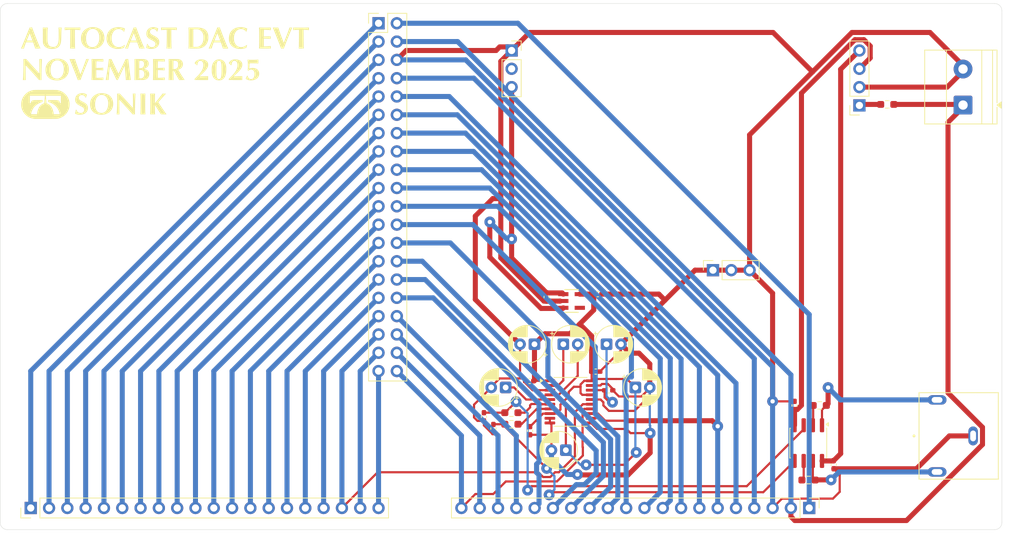
<source format=kicad_pcb>
(kicad_pcb (version 20241229) (generator "pcbnew") (generator_version "9.0")
  (title_block (comment 4 "AISLER Project ID: EWMYTOHA"))
  (layers (0 "F.Cu" signal) (2 "B.Cu" signal) (13 "F.Paste" user) (15 "B.Paste" user) (5 "F.SilkS" user "F.Silkscreen") (7 "B.SilkS" user "B.Silkscreen") (1 "F.Mask" user) (3 "B.Mask" user) (25 "Edge.Cuts" user))
  (net 0 "")
  (net 1 "GND")
  (net 2 "~{DAC_Mute}")
  (net 3 "Net-(U102B-+)")
  (net 4 "Net-(U102A-+)")
  (net 5 "Net-(U101-CAPP)")
  (net 6 "Net-(U101-CAPM)")
  (net 7 "Net-(U101-LDOO)")
  (net 8 "Net-(U101-VNEG)")
  (net 9 "Net-(J103-Pin_3)")
  (net 10 "Net-(J103-Pin_4)")
  (net 11 "+5V")
  (net 12 "Net-(J101-Pin_5)")
  (net 13 "Net-(J101-Pin_8)")
  (net 14 "Net-(J101-Pin_14)")
  (net 15 "Net-(J101-Pin_33)")
  (net 16 "Net-(J101-Pin_39)")
  (net 17 "Net-(J101-Pin_9)")
  (net 18 "I2S_BCLK")
  (net 19 "Net-(J101-Pin_18)")
  (net 20 "Net-(J101-Pin_10)")
  (net 21 "Net-(J101-Pin_37)")
  (net 22 "Net-(J101-Pin_26)")
  (net 23 "Net-(J101-Pin_13)")
  (net 24 "I2S_LRCLK")
  (net 25 "Net-(J101-Pin_36)")
  (net 26 "Net-(J101-Pin_21)")
  (net 27 "Net-(J101-Pin_2)")
  (net 28 "Net-(J101-Pin_29)")
  (net 29 "Net-(J101-Pin_25)")
  (net 30 "Net-(J101-Pin_3)")
  (net 31 "Net-(J101-Pin_34)")
  (net 32 "I2S_SDATA")
  (net 33 "Net-(J101-Pin_38)")
  (net 34 "Net-(J101-Pin_15)")
  (net 35 "Net-(J101-Pin_30)")
  (net 36 "Net-(J101-Pin_11)")
  (net 37 "Net-(J101-Pin_7)")
  (net 38 "Net-(J101-Pin_23)")
  (net 39 "Net-(J101-Pin_1)")
  (net 40 "Net-(J101-Pin_32)")
  (net 41 "Net-(J101-Pin_27)")
  (net 42 "Net-(J101-Pin_22)")
  (net 43 "Net-(J101-Pin_24)")
  (net 44 "Net-(J101-Pin_20)")
  (net 45 "Net-(J101-Pin_19)")
  (net 46 "Net-(J101-Pin_17)")
  (net 47 "Net-(J101-Pin_16)")
  (net 48 "Net-(J101-Pin_31)")
  (net 49 "Net-(J101-Pin_28)")
  (net 50 "Net-(J102-Pad3)")
  (net 51 "Net-(J102-Pad2)")
  (net 52 "Net-(J103-Pin_1)")
  (net 54 "Net-(U101-OUTR)")
  (net 55 "Net-(U101-OUTL)")
  (net 56 "Net-(U102A--)")
  (net 57 "Net-(U102B--)")
  (footprint "Capacitor_SMD:C_0402_1005Metric_Pad0.74x0.62mm_HandSolder" (layer "F.Cu") (at 140.4375 103.675 180)
    (property "Reference" "C106")
    (property "Value" "0u1")
  )
  (footprint "Connector_PinHeader_2.54mm:PinHeader_2x20_P2.54mm_Vertical" (layer "F.Cu") (at 108.5 52.74)
    (property "Reference" "J101")
    (property "Value" "Conn_02x20_Odd_Even")
  )
  (footprint "Resistor_SMD:R_0603_1608Metric_Pad0.98x0.95mm_HandSolder" (layer "F.Cu") (at 179.0875 64)
    (property "Reference" "R105")
    (property "Value" "470")
  )
  (footprint "Connector_PinSocket_2.54mm:PinSocket_1x03_P2.54mm_Vertical" (layer "F.Cu") (at 154.906 86.999045 90)
    (property "Reference" "J105")
    (property "Value" "Conn_01x03_Socket")
  )
  (footprint "Capacitor_THT:CP_Radial_D5.0mm_P2.00mm" (layer "F.Cu") (at 130.1375 97.275 180)
    (property "Reference" "C108")
    (property "Value" "10u")
  )
  (footprint "Package_SO:TSSOP-20_4.4x6.5mm_P0.65mm" (layer "F.Cu") (at 135.1375 105.275)
    (property "Reference" "U101")
    (property "Value" "PCM5102A")
  )
  (footprint "Resistor_SMD:R_0603_1608Metric_Pad0.98x0.95mm_HandSolder" (layer "F.Cu") (at 126.9375 106.775 180)
    (property "Reference" "R102")
    (property "Value" "470")
  )
  (footprint "LOGO" (layer "F.Cu") (at 79 57)
    (property "Reference" "G***")
    (property "Value" "LOGO" (hide yes))
  )
  (footprint "Capacitor_THT:CP_Radial_D5.0mm_P2.00mm" (layer "F.Cu") (at 140.1375 97.275)
    (property "Reference" "C105")
    (property "Value" "10u")
  )
  (footprint "external_components:CUI_SJ1-3523N" (layer "F.Cu") (at 191 110 90)
    (property "Reference" "J102")
    (property "Value" "SJ1-3523N")
  )
  (footprint "Capacitor_SMD:C_0402_1005Metric_Pad0.74x0.62mm_HandSolder" (layer "F.Cu") (at 138.6375 101.075 180)
    (property "Reference" "C109")
    (property "Value" "0u1")
  )
  (footprint "Capacitor_THT:CP_Radial_D5.0mm_P2.00mm" (layer "F.Cu") (at 134.492612 111.975 180)
    (property "Reference" "C110")
    (property "Value" "10u")
  )
  (footprint "Capacitor_THT:CP_Radial_D5.0mm_P2.00mm" (layer "F.Cu") (at 134.1375 97.275)
    (property "Reference" "C104")
    (property "Value" "2u2")
  )
  (footprint "Capacitor_THT:CP_Radial_D5.0mm_P2.00mm" (layer "F.Cu") (at 144.1375 103.275)
    (property "Reference" "C112")
    (property "Value" "10u")
  )
  (footprint "Connector_PinHeader_2.54mm:PinHeader_1x20_P2.54mm_Vertical" (layer "F.Cu") (at 168.26 120 -90)
    (property "Reference" "J108")
    (property "Value" "Conn_01x20_Pin")
  )
  (footprint "Capacitor_SMD:C_0402_1005Metric_Pad0.74x0.62mm_HandSolder" (layer "F.Cu") (at 131.8263 90.724999 90)
    (property "Reference" "C116")
    (property "Value" "0u1")
  )
  (footprint "Capacitor_THT:CP_Radial_D5.0mm_P2.00mm" (layer "F.Cu") (at 126.1375 103.275 180)
    (property "Reference" "C107")
    (property "Value" "2u2")
  )
  (footprint "TerminalBlock_Phoenix:TerminalBlock_Phoenix_MKDS-1,5-2_1x02_P5.00mm_Horizontal" (layer "F.Cu") (at 189.6025 64.09 90)
    (property "Reference" "J106")
    (property "Value" "Screw_Terminal_01x02")
  )
  (footprint "Resistor_SMD:R_0603_1608Metric_Pad0.98x0.95mm_HandSolder" (layer "F.Cu") (at 169.7225 105.76925)
    (property "Reference" "R103")
    (property "Value" "470")
  )
  (footprint "Connector_PinHeader_2.54mm:PinHeader_1x20_P2.54mm_Vertical" (layer "F.Cu") (at 60.24 120 90)
    (property "Reference" "J107")
    (property "Value" "Conn_01x20_Pin")
  )
  (footprint "Capacitor_SMD:C_0402_1005Metric_Pad0.74x0.62mm_HandSolder" (layer "F.Cu") (at 124.4375 108.975 90)
    (property "Reference" "C102")
    (property "Value" "2n2")
  )
  (footprint "Resistor_SMD:R_0603_1608Metric_Pad0.98x0.95mm_HandSolder" (layer "F.Cu") (at 126.9375 108.375 180)
    (property "Reference" "R101")
    (property "Value" "470")
  )
  (footprint "Resistor_SMD:R_0603_1608Metric_Pad0.98x0.95mm_HandSolder" (layer "F.Cu") (at 168.1625 116.11925)
    (property "Reference" "R104")
    (property "Value" "470")
  )
  (footprint "Capacitor_SMD:C_0402_1005Metric_Pad0.74x0.62mm_HandSolder" (layer "F.Cu") (at 171.6625 113.98675 90)
    (property "Reference" "C114")
    (property "Value" "0u1")
  )
  (footprint "Connector_PinSocket_2.54mm:PinSocket_1x03_P2.54mm_Vertical" (layer "F.Cu") (at 126.966 56.519045)
    (property "Reference" "J104")
    (property "Value" "Conn_01x03_Socket")
  )
  (footprint "Capacitor_SMD:C_0402_1005Metric_Pad0.74x0.62mm_HandSolder" (layer "F.Cu") (at 129.47 102.375)
    (property "Reference" "C101")
    (property "Value" "0u1")
  )
  (footprint "Capacitor_SMD:C_0402_1005Metric_Pad0.74x0.62mm_HandSolder" (layer "F.Cu") (at 138.9263 90.325001 180)
    (property "Reference" "C115")
    (property "Value" "0u1")
  )
  (footprint "Capacitor_SMD:C_0402_1005Metric_Pad0.74x0.62mm_HandSolder" (layer "F.Cu") (at 129.525 109.275 90)
    (property "Reference" "C111")
    (property "Value" "0u1")
  )
  (footprint "Capacitor_SMD:C_0402_1005Metric_Pad0.74x0.62mm_HandSolder" (layer "F.Cu") (at 166.2225 105.76925 -90)
    (property "Reference" "C113")
    (property "Value" "0u1")
  )
  (footprint "external_components:SOT-25   SMV_TOS" (layer "F.Cu") (at 135.2819 91.275)
    (property "Reference" "U103")
    (property "Value" "TCR2EF33_LMCT")
  )
  (footprint "Connector_PinSocket_2.54mm:PinSocket_1x04_P2.54mm_Vertical" (layer "F.Cu") (at 175.226 64.139045 180)
    (property "Reference" "J103")
    (property "Value" "Conn_01x04_Socket")
  )
  (footprint "LOGO" (layer "F.Cu") (at 69 64)
    (property "Reference" "G***")
    (property "Value" "LOGO" (hide yes))
  )
  (footprint "Package_SO:SOIC-8_3.9x4.9mm_P1.27mm" (layer "F.Cu") (at 168.1275 110.99425 -90)
    (property "Reference" "U102")
    (property "Value" "NE5532")
  )
  (footprint "Capacitor_SMD:C_0402_1005Metric_Pad0.74x0.62mm_HandSolder" (layer "F.Cu") (at 123.125 107.3425 90)
    (property "Reference" "C103")
    (property "Value" "2n2")
  )
  (gr_arc (start 57 123) (mid 56.292893 122.707107) (end 56 122) (stroke (width 0.05)) (layer "Edge.Cuts"))
  (gr_line (start 56 122) (end 56 51) (stroke (width 0.05)) (layer "Edge.Cuts"))
  (gr_arc (start 195 122) (mid 194.707107 122.707107) (end 194 123) (stroke (width 0.05)) (layer "Edge.Cuts"))
  (gr_line (start 57 50) (end 194 50) (stroke (width 0.05)) (layer "Edge.Cuts"))
  (gr_line (start 195 51) (end 195 122) (stroke (width 0.05)) (layer "Edge.Cuts"))
  (gr_arc (start 56 51) (mid 56.292893 50.292893) (end 57 50) (stroke (width 0.05)) (layer "Edge.Cuts"))
  (gr_line (start 194 123) (end 57 123) (stroke (width 0.05)) (layer "Edge.Cuts"))
  (gr_arc (start 194 50) (mid 194.707107 50.292893) (end 195 51) (stroke (width 0.05)) (layer "Edge.Cuts"))
  (segment (start 123.125 108.54) (end 123.125 107.91) (width 0.3) (layer "F.Cu") (net 1))
  (segment (start 171.551 118.699) (end 164.481 118.699) (width 0.3) (layer "F.Cu") (net 1))
  (segment (start 125.465 58.020045) (end 126.966 56.519045) (width 0.7) (layer "F.Cu") (net 1))
  (segment (start 146.1375 103.275) (end 146.1375 103.373292) (width 0.3) (layer "F.Cu") (net 1))
  (segment (start 144.984792 104.526) (end 141.856 104.526) (width 0.3) (layer "F.Cu") (net 1))
  (segment (start 139.700471 105.340413) (end 139.700471 105.766) (width 0.3) (layer "F.Cu") (net 1))
  (segment (start 143.472944 109.61) (end 142.892944 109.03) (width 0.3) (layer "F.Cu") (net 1))
  (segment (start 136.156303 115.411) (end 143.120314 115.411) (width 0.7) (layer "F.Cu") (net 1))
  (segment (start 152.413455 86.999045) (end 148.24625 91.16625) (width 0.7) (layer "F.Cu") (net 1))
  (segment (start 174.189637 54.017045) (end 168.718341 59.488341) (width 0.7) (layer "F.Cu") (net 1))
  (segment (start 157.446 86.999045) (end 159.986 86.999045) (width 0.7) (layer "F.Cu") (net 1))
  (segment (start 146.1375 104.40637) (end 146.1375 103.275) (width 0.3) (layer "F.Cu") (net 1))
  (segment (start 148.24625 91.16625) (end 142.85125 96.56125) (width 0.7) (layer "F.Cu") (net 1))
  (segment (start 143.3825 98.52) (end 142.1375 97.275) (width 0.7) (layer "F.Cu") (net 1))
  (segment (start 131.8263 91.292499) (end 131.449648 91.292499) (width 0.7) (layer "F.Cu") (net 1))
  (segment (start 144.65 98.52) (end 143.3825 98.52) (width 0.7) (layer "F.Cu") (net 1))
  (segment (start 132.492612 109.86) (end 132.492612 108.417612) (width 0.3) (layer "F.Cu") (net 1))
  (segment (start 121.75 107.43) (end 121.75 105.6625) (width 0.3) (layer "F.Cu") (net 1))
  (segment (start 142.85125 96.56125) (end 142.1375 97.275) (width 0.7) (layer "F.Cu") (net 1))
  (segment (start 124.1375 103.275) (end 124.1375 103.176708) (width 0.3) (layer "F.Cu") (net 1))
  (segment (start 139.4938 90.325001) (end 147.405001 90.325001) (width 0.7) (layer "F.Cu") (net 1))
  (segment (start 164.481 118.699) (end 163.18 120) (width 0.3) (layer "F.Cu") (net 1))
  (segment (start 132.492612 111.975) (end 132.492612 109.86) (width 0.3) (layer "F.Cu") (net 1))
  (segment (start 128.1375 102.0215) (end 128.14 102.024) (width 0.3) (layer "F.Cu") (net 1))
  (segment (start 139.29 103) (end 139.5 102.79) (width 0.3) (layer "F.Cu") (net 1))
  (segment (start 132.275 103.65) (end 129.8675 103.65) (width 0.3) (layer "F.Cu") (net 1))
  (segment (start 128.1375 97.275) (end 128.1375 102.0215) (width 0.3) (layer "F.Cu") (net 1))
  (segment (start 126.466955 56.02) (end 126.966 56.519045) (width 0.7) (layer "F.Cu") (net 1))
  (segment (start 125.290208 102.024) (end 128.14 102.024) (width 0.3) (layer "F.Cu") (net 1))
  (segment (start 163.18175 105.20175) (end 163.18 105.2) (width 0.3) (layer "F.Cu") (net 1))
  (segment (start 138 107.55) (end 138 108.2) (width 0.3) (layer "F.Cu") (net 1))
  (segment (start 166.2225 105.20175) (end 163.18175 105.20175) (width 0.3) (layer "F.Cu") (net 1))
  (segment (start 132.492612 108.417612) (end 132.275 108.2) (width 0.3) (layer "F.Cu") (net 1))
  (segment (start 121.75 105.6625) (end 124.1375 103.275) (width 0.3) (layer "F.Cu") (net 1))
  (segment (start 139.310058 104.95) (end 139.700471 105.340413) (width 0.3) (layer "F.Cu") (net 1))
  (segment (start 146.1885 112.342814) (end 146.1885 109.61) (width 0.7) (layer "F.Cu") (net 1))
  (segment (start 163.18 90.193045) (end 163.18 105.2) (width 0.7) (layer "F.Cu") (net 1))
  (segment (start 123.125 107.91) (end 122.23 107.91) (width 0.3) (layer "F.Cu") (net 1))
  (segment (start 144.018357 106.525513) (end 146.1375 104.40637) (width 0.3) (layer "F.Cu") (net 1))
  (segment (start 146.1375 103.275) (end 146.1375 100.0075) (width 0.7) (layer "F.Cu") (net 1))
  (segment (start 128.5515 102.024) (end 128.9025 102.375) (width 0.3) (layer "F.Cu") (net 1))
  (segment (start 172.49 117.76) (end 171.551 118.699) (width 0.3) (layer "F.Cu") (net 1))
  (segment (start 138 103) (end 139.29 103) (width 0.3) (layer "F.Cu") (net 1))
  (segment (start 138 104.95) (end 139.310058 104.95) (width 0.3) (layer "F.Cu") (net 1))
  (segment (start 172.49 115.38175) (end 172.49 117.76) (width 0.3) (layer "F.Cu") (net 1))
  (segment (start 146.1375 100.0075) (end 144.65 98.52) (width 0.7) (layer "F.Cu") (net 1))
  (segment (start 185.017045 54.017045) (end 174.189637 54.017045) (width 0.7) (layer "F.Cu") (net 1))
  (segment (start 124.1375 103.176708) (end 125.290208 102.024) (width 0.3) (layer "F.Cu") (net 1))
  (segment (start 112.340955 56.519045) (end 124.810955 56.519045) (width 0.7) (layer "F.Cu") (net 1))
  (segment (start 154.906 86.999045) (end 157.446 86.999045) (width 0.7) (layer "F.Cu") (net 1))
  (segment (start 136.094188 115.348885) (end 136.156303 115.411) (width 0.7) (layer "F.Cu") (net 1))
  (segment (start 141.856 104.526) (end 141.005 103.675) (width 0.3) (layer "F.Cu") (net 1))
  (segment (start 140.32 102.79) (end 141.005 103.475) (width 0.3) (layer "F.Cu") (net 1))
  (segment (start 143.120314 115.411) (end 146.1885 112.342814) (width 0.7) (layer "F.Cu") (net 1))
  (segment (start 163.247045 54.017045) (end 168.718341 59.488341) (width 0.7) (layer "F.Cu") (net 1))
  (segment (start 131.449648 91.292499) (end 125.465 85.307851) (width 0.7) (layer "F.Cu") (net 1))
  (segment (start 132.475112 109.8425) (end 132.492612 109.86) (width 0.3) (layer "F.Cu") (net 1))
  (segment (start 171.6625 114.55425) (end 172.49 115.38175) (width 0.3) (layer "F.Cu") (net 1))
  (segment (start 139.5 102.79) (end 140.32 102.79) (width 0.3) (layer "F.Cu") (net 1))
  (segment (start 125.465 77.07) (end 125.465 58.020045) (width 0.7) (layer "F.Cu") (net 1))
  (segment (start 139.700471 105.766) (end 140.459984 106.525513) (width 0.3) (layer "F.Cu") (net 1))
  (segment (start 183.14422 114.55425) (end 171.6625 114.55425) (width 0.7) (layer "F.Cu") (net 1))
  (segment (start 126.966 56.519045) (end 129.468 54.017045) (width 0.7) (layer "F.Cu") (net 1))
  (segment (start 124.1275 109.5425) (end 123.125 108.54) (width 0.3) (layer "F.Cu") (net 1))
  (segment (start 132.275 107.55) (end 132.275 108.2) (width 0.3) (layer "F.Cu") (net 1))
  (segment (start 124.35 77.07) (end 121.93 79.49) (width 0.7) (layer "F.Cu") (net 1))
  (segment (start 128.14 102.024) (end 128.5515 102.024) (width 0.3) (layer "F.Cu") (net 1))
  (segment (start 124.4375 109.5425) (end 124.1275 109.5425) (width 0.3) (layer "F.Cu") (net 1))
  (segment (start 133.689372 91.292499) (end 133.691474 91.294601) (width 0.7) (layer "F.Cu") (net 1))
  (segment (start 129.8675 103.65) (end 128.9025 102.685) (width 0.3) (layer "F.Cu") (net 1))
  (segment (start 121.93 79.49) (end 121.93 91.0675) (width 0.7) (layer "F.Cu") (net 1))
  (segment (start 140.459984 106.525513) (end 144.018357 106.525513) (width 0.3) (layer "F.Cu") (net 1))
  (segment (start 168.718341 59.488341) (end 159.986 68.220682) (width 0.7) (layer "F.Cu") (net 1))
  (segment (start 146.1375 103.373292) (end 144.984792 104.526) (width 0.3) (layer "F.Cu") (net 1))
  (segment (start 111.04 57.82) (end 112.340955 56.519045) (width 0.7) (layer "F.Cu") (net 1))
  (segment (start 138.83 109.03) (end 138 108.2) (width 0.3) (layer "F.Cu") (net 1))
  (segment (start 159.986 86.999045) (end 163.18 90.193045) (width 0.7) (layer "F.Cu") (net 1))
  (segment (start 129.525 109.8425) (end 132.475112 109.8425) (width 0.3) (layer "F.Cu") (net 1))
  (segment (start 141.005 103.475) (end 141.005 103.675) (width 0.3) (layer "F.Cu") (net 1))
  (segment (start 131.8263 91.292499) (end 133.689372 91.292499) (width 0.7) (layer "F.Cu") (net 1))
  (segment (start 154.906 86.999045) (end 152.413455 86.999045) (width 0.7) (layer "F.Cu") (net 1))
  (segment (start 125.31 56.02) (end 126.466955 56.02) (width 0.7) (layer "F.Cu") (net 1))
  (segment (start 147.405001 90.325001) (end 148.24625 91.16625) (width 0.7) (layer "F.Cu") (net 1))
  (segment (start 142.1375 98.1425) (end 139.205 101.075) (width 0.3) (layer "F.Cu") (net 1))
  (segment (start 187.69847 110) (end 183.14422 114.55425) (width 0.7) (layer "F.Cu") (net 1))
  (segment (start 159.986 68.220682) (end 159.986 86.999045) (width 0.7) (layer "F.Cu") (net 1))
  (segment (start 142.892944 109.03) (end 138.83 109.03) (width 0.3) (layer "F.Cu") (net 1))
  (segment (start 128.9025 102.685) (end 128.9025 102.375) (width 0.3) (layer "F.Cu") (net 1))
  (segment (start 191 110) (end 187.69847 110) (width 0.7) (layer "F.Cu") (net 1))
  (segment (start 124.810955 56.519045) (end 125.31 56.02) (width 0.7) (layer "F.Cu") (net 1))
  (segment (start 129.468 54.017045) (end 163.247045 54.017045) (width 0.7) (layer "F.Cu") (net 1))
  (segment (start 146.1885 109.61) (end 143.472944 109.61) (width 0.3) (layer "F.Cu") (net 1))
  (segment (start 190 59) (end 187.400955 61.599045) (width 0.7) (layer "F.Cu") (net 1))
  (segment (start 122.23 107.91) (end 121.75 107.43) (width 0.3) (layer "F.Cu") (net 1))
  (segment (start 121.93 91.0675) (end 128.1375 97.275) (width 0.7) (layer "F.Cu") (net 1))
  (segment (start 190 59) (end 185.017045 54.017045) (width 0.7) (layer "F.Cu") (net 1))
  (segment (start 125.465 85.307851) (end 125.465 77.07) (width 0.7) (layer "F.Cu") (net 1))
  (segment (start 142.1375 97.275) (end 142.1375 98.1425) (width 0.3) (layer "F.Cu") (net 1))
  (segment (start 125.465 77.07) (end 124.35 77.07) (width 0.7) (layer "F.Cu") (net 1))
  (segment (start 187.400955 61.599045) (end 175.226 61.599045) (width 0.7) (layer "F.Cu") (net 1))
  (via (at 163.18 105.2) (size 1.5) (drill 0.6) (layers "F.Cu" "B.Cu") (net 1))
  (via (at 136.094188 115.348885) (size 1.5) (drill 0.6) (layers "F.Cu" "B.Cu") (net 1))
  (via (at 146.1885 109.61) (size 1.5) (drill 0.6) (layers "F.Cu" "B.Cu") (net 1))
  (segment (start 146.1885 108.570556) (end 146.1375 108.519556) (width 0.3) (layer "B.Cu") (net 1))
  (segment (start 132.492612 111.975) (end 132.492612 113.181298) (width 0.7) (layer "B.Cu") (net 1))
  (segment (start 146.1885 109.61) (end 146.1885 108.570556) (width 0.3) (layer "B.Cu") (net 1))
  (segment (start 163.18 120) (end 163.18 105.2) (width 0.7) (layer "B.Cu") (net 1))
  (segment (start 120.599538 57.82) (end 111.04 57.82) (width 0.7) (layer "B.Cu") (net 1))
  (segment (start 163.18 100.400462) (end 120.599538 57.82) (width 0.7) (layer "B.Cu") (net 1))
  (segment (start 134.660199 115.348885) (end 136.094188 115.348885) (width 0.7) (layer "B.Cu") (net 1))
  (segment (start 163.18 105.2) (end 163.18 100.400462) (width 0.7) (layer "B.Cu") (net 1))
  (segment (start 132.492612 113.181298) (end 134.660199 115.348885) (width 0.7) (layer "B.Cu") (net 1))
  (segment (start 146.1375 108.519556) (end 146.1375 103.275) (width 0.3) (layer "B.Cu") (net 1))
  (segment (start 134.492612 105.502612) (end 134.19 105.2) (width 0.3) (layer "F.Cu") (net 2))
  (segment (start 137.04 102.35) (end 136.53 102.86) (width 0.3) (layer "F.Cu") (net 2))
  (segment (start 138.3588 90.325001) (end 138.3588 92.532834) (width 0.7) (layer "F.Cu") (net 2))
  (segment (start 134.19 105.2) (end 134.89 104.5) (width 0.3) (layer "F.Cu") (net 2))
  (segment (start 130.1375 97.275) (end 130.1375 102.275) (width 0.7) (layer "F.Cu") (net 2))
  (segment (start 138 102.35) (end 138.25 102.1) (width 0.3) (layer "F.Cu") (net 2))
  (segment (start 135.6 103.18) (end 136.52 103.18) (width 0.3) (layer "F.Cu") (net 2))
  (segment (start 136.415817 94.475817) (end 135.067634 95.824) (width 0.7) (layer "F.Cu") (net 2))
  (segment (start 130.0635 102.349) (end 132.275 102.349) (width 0.3) (layer "F.Cu") (net 2))
  (segment (start 133.18 106.9) (end 133.74 106.34) (width 0.3) (layer "F.Cu") (net 2))
  (segment (start 138.3588 90.325001) (end 136.426302 90.325001) (width 0.7) (layer "F.Cu") (net 2))
  (segment (start 134.89 103.89) (end 135.6 103.18) (width 0.3) (layer "F.Cu") (net 2))
  (segment (start 138.07 96.13) (end 138.07 101.075) (width 0.7) (layer "F.Cu") (net 2))
  (segment (start 134.89 104.5) (end 134.89 103.89) (width 0.3) (layer "F.Cu") (net 2))
  (segment (start 134.492612 111.975) (end 134.492612 105.502612) (width 0.3) (layer "F.Cu") (net 2))
  (segment (start 136.53 102.86) (end 136.53 103.19) (width 0.3) (layer "F.Cu") (net 2))
  (segment (start 138.3588 92.532834) (end 136.415817 94.475817) (width 0.7) (layer "F.Cu") (net 2))
  (segment (start 136.426302 90.325001) (end 136.4263 90.324999) (width 0.7) (layer "F.Cu") (net 2))
  (segment (start 131.3325 106.9) (end 129.525 108.7075) (width 0.3) (layer "F.Cu") (net 2))
  (segment (start 136.415817 94.475817) (end 138.07 96.13) (width 0.7) (layer "F.Cu") (net 2))
  (segment (start 137.297265 114.01) (end 142.54 114.01) (width 0.3) (layer "F.Cu") (net 2))
  (segment (start 132.275 106.9) (end 131.3325 106.9) (width 0.3) (layer "F.Cu") (net 2))
  (segment (start 136.53 103.19) (end 136.53 104.06) (width 0.3) (layer "F.Cu") (net 2))
  (segment (start 130.0375 102.375) (end 130.0635 102.349) (width 0.3) (layer "F.Cu") (net 2))
  (segment (start 136.77 104.3) (end 138 104.3) (width 0.3) (layer "F.Cu") (net 2))
  (segment (start 142.9625 102.1) (end 144.1375 103.275) (width 0.3) (layer "F.Cu") (net 2))
  (segment (start 133.74 105.65) (end 134.19 105.2) (width 0.3) (layer "F.Cu") (net 2))
  (segment (start 133.74 106.34) (end 133.74 105.65) (width 0.3) (layer "F.Cu") (net 2))
  (segment (start 138.25 102.1) (end 141.48 102.1) (width 0.3) (layer "F.Cu") (net 2))
  (segment (start 138.07 101.075) (end 138.07 102.28) (width 0.3) (layer "F.Cu") (net 2))
  (segment (start 138 102.35) (end 137.04 102.35) (width 0.3) (layer "F.Cu") (net 2))
  (segment (start 135.067634 95.824) (end 131.5885 95.824) (width 0.7) (layer "F.Cu") (net 2))
  (segment (start 130.1375 102.275) (end 130.0375 102.375) (width 0.7) (layer "F.Cu") (net 2))
  (segment (start 136.52 103.18) (end 136.53 103.19) (width 0.3) (layer "F.Cu") (net 2))
  (segment (start 141.48 102.1) (end 142.9625 102.1) (width 0.3) (layer "F.Cu") (net 2))
  (segment (start 136.53 104.06) (end 136.77 104.3) (width 0.3) (layer "F.Cu") (net 2))
  (segment (start 131.5885 95.824) (end 130.1375 97.275) (width 0.7) (layer "F.Cu") (net 2))
  (segment (start 132.275 106.9) (end 133.18 106.9) (width 0.3) (layer "F.Cu") (net 2))
  (segment (start 142.54 114.01) (end 144.26 112.29) (width 0.3) (layer "F.Cu") (net 2))
  (segment (start 138.07 102.28) (end 138 102.35) (width 0.3) (layer "F.Cu") (net 2))
  (via (at 137.297265 114.01) (size 1.5) (drill 0.6) (layers "F.Cu" "B.Cu") (net 2))
  (via (at 144.26 112.29) (size 1.5) (drill 0.6) (layers "F.Cu" "B.Cu") (net 2))
  (segment (start 136.527612 114.01) (end 137.297265 114.01) (width 0.3) (layer "B.Cu") (net 2))
  (segment (start 144.1375 103.275) (end 144.1375 112.1675) (width 0.3) (layer "B.Cu") (net 2))
  (segment (start 144.1375 112.1675) (end 144.26 112.29) (width 0.3) (layer "B.Cu") (net 2))
  (segment (start 134.492612 111.975) (end 136.527612 114.01) (width 0.3) (layer "B.Cu") (net 2))
  (segment (start 124.47 108.375) (end 124.4375 108.4075) (width 0.3) (layer "F.Cu") (net 3))
  (segment (start 126.025 108.375) (end 124.47 108.375) (width 0.3) (layer "F.Cu") (net 3))
  (segment (start 132.535367 117.810049) (end 161.881701 117.810049) (width 0.3) (layer "F.Cu") (net 3))
  (segment (start 161.881701 117.810049) (end 166.2225 113.46925) (width 0.3) (layer "F.Cu") (net 3))
  (segment (start 126.025 108.375) (end 126.025 108.695) (width 0.3) (layer "F.Cu") (net 3))
  (segment (start 132.17 118.175416) (end 132.535367 117.810049) (width 0.3) (layer "F.Cu") (net 3))
  (segment (start 126.025 108.695) (end 131.83 114.5) (width 0.3) (layer "F.Cu") (net 3))
  (via (at 132.17 118.175416) (size 1.5) (drill 0.6) (layers "F.Cu" "B.Cu") (net 3))
  (via (at 131.83 114.5) (size 1.5) (drill 0.6) (layers "F.Cu" "B.Cu") (net 3))
  (segment (start 132.17 118.175416) (end 132.910051 117.435365) (width 0.3) (layer "B.Cu") (net 3))
  (segment (start 132.910051 115.580051) (end 131.83 114.5) (width 0.3) (layer "B.Cu") (net 3))
  (segment (start 132.910051 117.435365) (end 132.910051 115.580051) (width 0.3) (layer "B.Cu") (net 3))
  (segment (start 129.19 117.52) (end 129.735584 116.974416) (width 0.3) (layer "F.Cu") (net 4))
  (segment (start 159.596434 116.974416) (end 167.4925 109.07835) (width 0.3) (layer "F.Cu") (net 4))
  (segment (start 126.025 106.775) (end 123.125 106.775) (width 0.3) (layer "F.Cu") (net 4))
  (segment (start 129.735584 116.974416) (end 159.596434 116.974416) (width 0.3) (layer "F.Cu") (net 4))
  (segment (start 167.4925 109.07835) (end 167.4925 108.51925) (width 0.3) (layer "F.Cu") (net 4))
  (segment (start 126.025 106.775) (end 126.057944 106.775) (width 0.3) (layer "F.Cu") (net 4))
  (segment (start 126.057944 106.775) (end 127.582944 105.25) (width 0.3) (layer "F.Cu") (net 4))
  (via (at 127.582944 105.25) (size 1.5) (drill 0.6) (layers "F.Cu" "B.Cu") (net 4))
  (via (at 129.19 117.52) (size 1.5) (drill 0.6) (layers "F.Cu" "B.Cu") (net 4))
  (segment (start 127.582944 105.25) (end 129.19 106.857056) (width 0.3) (layer "B.Cu") (net 4))
  (segment (start 129.19 106.857056) (end 129.19 117.52) (width 0.3) (layer "B.Cu") (net 4))
  (segment (start 133.43 103) (end 132.275 103) (width 0.3) (layer "F.Cu") (net 5))
  (segment (start 134.1375 102.2925) (end 133.43 103) (width 0.3) (layer "F.Cu") (net 5))
  (segment (start 134.1375 97.275) (end 134.1375 102.2925) (width 0.3) (layer "F.Cu") (net 5))
  (segment (start 133.5 104.3) (end 136.1375 101.6625) (width 0.3) (layer "F.Cu") (net 6))
  (segment (start 136.1375 101.6625) (end 136.1375 97.275) (width 0.3) (layer "F.Cu") (net 6))
  (segment (start 132.275 104.3) (end 133.5 104.3) (width 0.3) (layer "F.Cu") (net 6))
  (segment (start 140.859751 105.226809) (end 140.436809 105.226809) (width 0.3) (layer "F.Cu") (net 7))
  (segment (start 140.957455 105.324513) (end 140.859751 105.226809) (width 0.3) (layer "F.Cu") (net 7))
  (segment (start 139.845 103.65) (end 139.87 103.675) (width 0.3) (layer "F.Cu") (net 7))
  (segment (start 139.87 104.66) (end 139.87 103.675) (width 0.3) (layer "F.Cu") (net 7))
  (segment (start 138 103.65) (end 139.845 103.65) (width 0.3) (layer "F.Cu") (net 7))
  (segment (start 140.436809 105.226809) (end 139.87 104.66) (width 0.3) (layer "F.Cu") (net 7))
  (via (at 140.957455 105.324513) (size 1.5) (drill 0.6) (layers "F.Cu" "B.Cu") (net 7))
  (segment (start 140.957455 105.324513) (end 140.1375 104.504558) (width 0.3) (layer "B.Cu") (net 7))
  (segment (start 140.1375 104.504558) (end 140.1375 97.275) (width 0.3) (layer "B.Cu") (net 7))
  (segment (start 132.275 104.95) (end 128.98 104.95) (width 0.3) (layer "F.Cu") (net 8))
  (segment (start 128.98 104.95) (end 127.305 103.275) (width 0.3) (layer "F.Cu") (net 8))
  (segment (start 127.305 103.275) (end 126.1375 103.275) (width 0.3) (layer "F.Cu") (net 8))
  (segment (start 174.604265 55.018045) (end 167.1835 62.43881) (width 0.7) (layer "F.Cu") (net 9))
  (segment (start 175.226 59.059045) (end 176.727 57.558045) (width 0.7) (layer "F.Cu") (net 9))
  (segment (start 166.2225 108.51925) (end 166.2225 106.33675) (width 0.7) (layer "F.Cu") (net 9))
  (segment (start 167.1835 62.43881) (end 167.1835 105.752402) (width 0.7) (layer "F.Cu") (net 9))
  (segment (start 176.727 57.558045) (end 176.727 55.89731) (width 0.7) (layer "F.Cu") (net 9))
  (segment (start 175.847735 55.018045) (end 174.604265 55.018045) (width 0.7) (layer "F.Cu") (net 9))
  (segment (start 176.727 55.89731) (end 175.847735 55.018045) (width 0.7) (layer "F.Cu") (net 9))
  (segment (start 167.1835 105.752402) (end 166.599152 106.33675) (width 0.7) (layer "F.Cu") (net 9))
  (segment (start 166.599152 106.33675) (end 166.2225 106.33675) (width 0.7) (layer "F.Cu") (net 9))
  (segment (start 170.0325 113.46925) (end 171.6125 113.46925) (width 0.7) (layer "F.Cu") (net 10))
  (segment (start 175.226 56.519045) (end 172.6235 59.121545) (width 0.7) (layer "F.Cu") (net 10))
  (segment (start 171.6125 113.46925) (end 171.6625 113.41925) (width 0.7) (layer "F.Cu") (net 10))
  (segment (start 172.6235 59.121545) (end 172.6235 112.45825) (width 0.7) (layer "F.Cu") (net 10))
  (segment (start 172.6235 112.45825) (end 171.6625 113.41925) (width 0.7) (layer "F.Cu") (net 10))
  (segment (start 131.8263 90.157499) (end 133.97 90.157499) (width 0.7) (layer "F.Cu") (net 11))
  (segment (start 126.966 82.05) (end 126.966 85.297199) (width 0.7) (layer "F.Cu") (net 11))
  (segment (start 192.305 108.805452) (end 192.305 111.194549) (width 0.7) (layer "F.Cu") (net 11))
  (segment (start 192.305 111.194549) (end 181.759549 121.74) (width 0.7) (layer "F.Cu") (net 11))
  (segment (start 131.05252 92.310999) (end 134.051502 92.310999) (width 0.7) (layer "F.Cu") (net 11))
  (segment (start 187.519774 66.480226) (end 187.519774 104.020226) (width 0.7) (layer "F.Cu") (net 11))
  (segment (start 123.94 80.31) (end 123.94 85.198479) (width 0.7) (layer "F.Cu") (net 11))
  (segment (start 190 64) (end 180 64) (width 0.7) (layer "F.Cu") (net 11))
  (segment (start 131.309401 89.640599) (end 131.8263 90.157499) (width 0.7) (layer "F.Cu") (net 11))
  (segment (start 126.966 61.599045) (end 126.966 82.05) (width 0.7) (layer "F.Cu") (net 11))
  (segment (start 133.97 90.157499) (end 134.1375 90.324999) (width 0.7) (layer "F.Cu") (net 11))
  (segment (start 166.257919 121.74) (end 165.72 121.202081) (width 0.7) (layer "F.Cu") (net 11))
  (segment (start 181.759549 121.74) (end 166.257919 121.74) (width 0.7) (layer "F.Cu") (net 11))
  (segment (start 187.519774 104.020226) (end 192.305 108.805452) (width 0.7) (layer "F.Cu") (net 11))
  (segment (start 126.966 82.05) (end 126.966 82.43) (width 0.7) (layer "F.Cu") (net 11))
  (segment (start 190 64) (end 187.519774 66.480226) (width 0.7) (layer "F.Cu") (net 11))
  (segment (start 134.051502 92.310999) (end 134.1375 92.225001) (width 0.7) (layer "F.Cu") (net 11))
  (segment (start 123.94 85.198479) (end 131.05252 92.310999) (width 0.7) (layer "F.Cu") (net 11))
  (segment (start 126.966 85.297199) (end 131.309401 89.640599) (width 0.7) (layer "F.Cu") (net 11))
  (segment (start 165.72 121.202081) (end 165.72 120) (width 0.7) (layer "F.Cu") (net 11))
  (via (at 123.94 80.31) (size 1.5) (drill 0.6) (layers "F.Cu" "B.Cu") (net 11))
  (via (at 126.966 82.67) (size 1.5) (drill 0.6) (layers "F.Cu" "B.Cu") (net 11))
  (segment (start 126.3 82.67) (end 123.94 80.31) (width 0.7) (layer "B.Cu") (net 11))
  (segment (start 126.966 82.67) (end 126.3 82.67) (width 0.7) (layer "B.Cu") (net 11))
  (segment (start 119.475166 55.28) (end 165.72 101.524834) (width 0.7) (layer "B.Cu") (net 11))
  (segment (start 111.04 55.28) (end 119.475166 55.28) (width 0.7) (layer "B.Cu") (net 11))
  (segment (start 165.72 101.524834) (end 165.72 120) (width 0.7) (layer "B.Cu") (net 11))
  (segment (start 65.32 101) (end 65.32 120) (width 0.7) (layer "B.Cu") (net 12))
  (segment (start 108.5 57.82) (end 65.32 101) (width 0.7) (layer "B.Cu") (net 12))
  (segment (start 111.04 60.36) (end 121.72391 60.36) (width 0.7) (layer "B.Cu") (net 13))
  (segment (start 160.64 99.27609) (end 160.64 120) (width 0.7) (layer "B.Cu") (net 13))
  (segment (start 121.72391 60.36) (end 160.64 99.27609) (width 0.7) (layer "B.Cu") (net 13))
  (segment (start 111.04 67.98) (end 120.557036 67.98) (width 0.7) (layer "B.Cu") (net 14))
  (segment (start 120.557036 67.98) (end 153.02 100.442964) (width 0.7) (layer "B.Cu") (net 14))
  (segment (start 153.02 100.442964) (end 153.02 120) (width 0.7) (layer "B.Cu") (net 14))
  (segment (start 108.5 93.38) (end 100.88 101) (width 0.7) (layer "B.Cu") (net 15))
  (segment (start 100.88 101) (end 100.88 120) (width 0.7) (layer "B.Cu") (net 15))
  (segment (start 108.5 120) (end 108.5 101) (width 0.7) (layer "B.Cu") (net 16))
  (segment (start 108.5 62.9) (end 70.4 101) (width 0.7) (layer "B.Cu") (net 17))
  (segment (start 70.4 101) (end 70.4 120) (width 0.7) (layer "B.Cu") (net 17))
  (segment (start 138 106.9) (end 138.96 106.9) (width 0.3) (layer "F.Cu") (net 18))
  (segment (start 155.56 108.65) (end 154.8 107.89) (width 0.7) (layer "F.Cu") (net 18))
  (segment (start 154.8 107.89) (end 142.88 107.89) (width 0.7) (layer "F.Cu") (net 18))
  (segment (start 139.95 107.89) (end 142.88 107.89) (width 0.3) (layer "F.Cu") (net 18))
  (segment (start 138.96 106.9) (end 139.95 107.89) (width 0.3) (layer "F.Cu") (net 18))
  (via (at 155.56 108.65) (size 1.5) (drill 0.6) (layers "F.Cu" "B.Cu") (net 18))
  (segment (start 155.56 108.65) (end 155.56 120) (width 0.7) (layer "B.Cu") (net 18))
  (segment (start 155.56 101.567336) (end 119.432664 65.44) (width 0.7) (layer "B.Cu") (net 18))
  (segment (start 155.56 108.65) (end 155.56 101.567336) (width 0.7) (layer "B.Cu") (net 18))
  (segment (start 119.432664 65.44) (end 111.04 65.44) (width 0.7) (layer "B.Cu") (net 18))
  (segment (start 148.979 118.961) (end 147.94 120) (width 0.7) (layer "B.Cu") (net 19))
  (segment (start 122.80578 73.06) (end 148.979 99.23322) (width 0.7) (layer "B.Cu") (net 19))
  (segment (start 148.979 99.23322) (end 148.979 118.961) (width 0.7) (layer "B.Cu") (net 19))
  (segment (start 111.04 73.06) (end 122.80578 73.06) (width 0.7) (layer "B.Cu") (net 19))
  (segment (start 111.04 62.9) (end 118.308292 62.9) (width 0.7) (layer "B.Cu") (net 20))
  (segment (start 118.308292 62.9) (end 158.1 102.691708) (width 0.7) (layer "B.Cu") (net 20))
  (segment (start 158.1 102.691708) (end 158.1 120) (width 0.7) (layer "B.Cu") (net 20))
  (segment (start 108.5 98.46) (end 105.96 101) (width 0.7) (layer "B.Cu") (net 21))
  (segment (start 105.96 101) (end 105.96 120) (width 0.7) (layer "B.Cu") (net 21))
  (segment (start 132 96.756366) (end 132 101.773896) (width 0.7) (layer "B.Cu") (net 22))
  (segment (start 140.699265 117.080735) (end 137.78 120) (width 0.7) (layer "B.Cu") (net 22))
  (segment (start 111.04 83.22) (end 118.463634 83.22) (width 0.7) (layer "B.Cu") (net 22))
  (segment (start 118.463634 83.22) (end 132 96.756366) (width 0.7) (layer "B.Cu") (net 22))
  (segment (start 132 101.773896) (end 140.699265 110.473161) (width 0.7) (layer "B.Cu") (net 22))
  (segment (start 140.699265 110.473161) (end 140.699265 117.080735) (width 0.7) (layer "B.Cu") (net 22))
  (segment (start 108.5 67.98) (end 75.48 101) (width 0.7) (layer "B.Cu") (net 23))
  (segment (start 75.48 101) (end 75.48 120) (width 0.7) (layer "B.Cu") (net 23))
  (segment (start 138 105.6) (end 136.850058 105.6) (width 0.3) (layer "F.Cu") (net 24))
  (segment (start 135.743612 112.822292) (end 133.525904 115.04) (width 0.3) (layer "F.Cu") (net 24))
  (segment (start 130.671529 115.04) (end 108.38 115.04) (width 0.3) (layer "F.Cu") (net 24))
  (segment (start 132.988471 115.04) (end 132.327471 115.701) (width 0.3) (layer "F.Cu") (net 24))
  (segment (start 132.327471 115.701) (end 131.332529 115.701) (width 0.3) (layer "F.Cu") (net 24))
  (segment (start 108.38 115.04) (end 103.42 120) (width 0.3) (layer "F.Cu") (net 24))
  (segment (start 136.850058 105.6) (end 135.743612 106.706446) (width 0.3) (layer "F.Cu") (net 24))
  (segment (start 135.743612 106.706446) (end 135.743612 112.822292) (width 0.3) (layer "F.Cu") (net 24))
  (segment (start 131.332529 115.701) (end 130.671529 115.04) (width 0.3) (layer "F.Cu") (net 24))
  (segment (start 133.525904 115.04) (end 132.988471 115.04) (width 0.3) (layer "F.Cu") (net 24))
  (segment (start 103.42 101) (end 103.42 120) (width 0.7) (layer "B.Cu") (net 24))
  (segment (start 108.5 95.92) (end 103.42 101) (width 0.7) (layer "B.Cu") (net 24))
  (segment (start 125.08 109.96) (end 125.08 120) (width 0.7) (layer "B.Cu") (net 25))
  (segment (start 111.04 95.92) (end 125.08 109.96) (width 0.7) (layer "B.Cu") (net 25))
  (segment (start 108.5 78.14) (end 85.64 101) (width 0.7) (layer "B.Cu") (net 26))
  (segment (start 85.64 101) (end 85.64 120) (width 0.7) (layer "B.Cu") (net 26))
  (segment (start 111.04 52.74) (end 127.84969 52.74) (width 0.7) (layer "B.Cu") (net 27))
  (segment (start 168.26 93.15031) (end 168.26 120) (width 0.7) (layer "B.Cu") (net 27))
  (segment (start 127.84969 52.74) (end 168.26 93.15031) (width 0.7) (layer "B.Cu") (net 27))
  (segment (start 95.8 101) (end 95.8 120) (width 0.7) (layer "B.Cu") (net 28))
  (segment (start 108.5 88.3) (end 95.8 101) (width 0.7) (layer "B.Cu") (net 28))
  (segment (start 90.72 101) (end 90.72 120) (width 0.7) (layer "B.Cu") (net 29))
  (segment (start 108.5 83.22) (end 90.72 101) (width 0.7) (layer "B.Cu") (net 29))
  (segment (start 62.78 101) (end 62.78 120) (width 0.7) (layer "B.Cu") (net 30))
  (segment (start 108.5 55.28) (end 62.78 101) (width 0.7) (layer "B.Cu") (net 30))
  (segment (start 127.62 109.96) (end 127.62 120) (width 0.7) (layer "B.Cu") (net 31))
  (segment (start 111.04 93.38) (end 127.62 109.96) (width 0.7) (layer "B.Cu") (net 31))
  (segment (start 126.16 116.32) (end 124.42 118.06) (width 0.3) (layer "F.Cu") (net 32))
  (segment (start 130.73 116.31) (end 130.72 116.32) (width 0.3) (layer "F.Cu") (net 32))
  (segment (start 130.72 116.32) (end 126.16 116.32) (width 0.3) (layer "F.Cu") (net 32))
  (segment (start 121.94 118.06) (end 120 120) (width 0.3) (layer "F.Cu") (net 32))
  (segment (start 137.05 106.25) (end 136.8115 106.4885) (width 0.3) (layer "F.Cu") (net 32))
  (segment (start 136.8115 111.5315) (end 136.85 111.57) (width 0.3) (layer "F.Cu") (net 32))
  (segment (start 136.85 112.72) (end 133.26 116.31) (width 0.3) (layer "F.Cu") (net 32))
  (segment (start 124.42 118.06) (end 121.94 118.06) (width 0.3) (layer "F.Cu") (net 32))
  (segment (start 138 106.25) (end 137.05 106.25) (width 0.3) (layer "F.Cu") (net 32))
  (segment (start 136.8115 106.4885) (end 136.8115 111.5315) (width 0.3) (layer "F.Cu") (net 32))
  (segment (start 133.26 116.31) (end 130.73 116.31) (width 0.3) (layer "F.Cu") (net 32))
  (segment (start 136.85 111.57) (end 136.85 112.72) (width 0.3) (layer "F.Cu") (net 32))
  (segment (start 111.04 101) (end 120 109.96) (width 0.7) (layer "B.Cu") (net 32))
  (segment (start 120 109.96) (end 120 120) (width 0.7) (layer "B.Cu") (net 32))
  (segment (start 122.54 109.96) (end 122.54 120) (width 0.7) (layer "B.Cu") (net 33))
  (segment (start 111.04 98.46) (end 122.54 109.96) (width 0.7) (layer "B.Cu") (net 33))
  (segment (start 108.5 70.52) (end 78.02 101) (width 0.7) (layer "B.Cu") (net 34))
  (segment (start 78.02 101) (end 78.02 120) (width 0.7) (layer "B.Cu") (net 34))
  (segment (start 137.067984 116.756388) (end 135.943612 116.756388) (width 0.7) (layer "B.Cu") (net 35))
  (segment (start 138.697265 115.127107) (end 137.067984 116.756388) (width 0.7) (layer "B.Cu") (net 35))
  (segment (start 135.943612 116.756388) (end 132.7 120) (width 0.7) (layer "B.Cu") (net 35))
  (segment (start 138.697265 112.038003) (end 138.697265 115.127107) (width 0.7) (layer "B.Cu") (net 35))
  (segment (start 111.04 88.3) (end 114.959262 88.3) (width 0.7) (layer "B.Cu") (net 35))
  (segment (start 114.959262 88.3) (end 138.697265 112.038003) (width 0.7) (layer "B.Cu") (net 35))
  (segment (start 108.5 65.44) (end 72.94 101) (width 0.7) (layer "B.Cu") (net 36))
  (segment (start 72.94 101) (end 72.94 120) (width 0.7) (layer "B.Cu") (net 36))
  (segment (start 108.5 60.36) (end 67.86 101) (width 0.7) (layer "B.Cu") (net 37))
  (segment (start 67.86 101) (end 67.86 120) (width 0.7) (layer "B.Cu") (net 37))
  (segment (start 88.18 101) (end 88.18 120) (width 0.7) (layer "B.Cu") (net 38))
  (segment (start 108.5 80.68) (end 88.18 101) (width 0.7) (layer "B.Cu") (net 38))
  (segment (start 60.24 101) (end 60.24 120) (width 0.7) (layer "B.Cu") (net 39))
  (segment (start 108.5 52.74) (end 60.24 101) (width 0.7) (layer "B.Cu") (net 39))
  (segment (start 130.429 115.080314) (end 130.77 115.421314) (width 0.7) (layer "B.Cu") (net 40))
  (segment (start 116.083634 90.84) (end 130.77 105.526366) (width 0.7) (layer "B.Cu") (net 40))
  (segment (start 111.04 90.84) (end 116.083634 90.84) (width 0.7) (layer "B.Cu") (net 40))
  (segment (start 130.429 113.919686) (end 130.429 115.080314) (width 0.7) (layer "B.Cu") (net 40))
  (segment (start 130.77 119.39) (end 130.16 120) (width 0.7) (layer "B.Cu") (net 40))
  (segment (start 130.77 105.526366) (end 130.77 113.578686) (width 0.7) (layer "B.Cu") (net 40))
  (segment (start 130.77 115.421314) (end 130.77 119.39) (width 0.7) (layer "B.Cu") (net 40))
  (segment (start 130.77 113.578686) (end 130.429 113.919686) (width 0.7) (layer "B.Cu") (net 40))
  (segment (start 108.5 85.76) (end 93.26 101) (width 0.7) (layer "B.Cu") (net 41))
  (segment (start 93.26 101) (end 93.26 120) (width 0.7) (layer "B.Cu") (net 41))
  (segment (start 142.6865 104.205134) (end 142.6865 102.344866) (width 0.7) (layer "B.Cu") (net 42))
  (segment (start 142.86 104.378634) (end 142.6865 104.205134) (width 0.7) (layer "B.Cu") (net 42))
  (segment (start 143.5885 101.824) (end 143.5885 96.673976) (width 0.7) (layer "B.Cu") (net 42))
  (segment (start 142.86 120) (end 142.86 104.378634) (width 0.7) (layer "B.Cu") (net 42))
  (segment (start 143.207366 101.824) (end 143.5885 101.824) (width 0.7) (layer "B.Cu") (net 42))
  (segment (start 143.5885 96.673976) (end 125.054524 78.14) (width 0.7) (layer "B.Cu") (net 42))
  (segment (start 142.6865 102.344866) (end 143.207366 101.824) (width 0.7) (layer "B.Cu") (net 42))
  (segment (start 125.054524 78.14) (end 111.04 78.14) (width 0.7) (layer "B.Cu") (net 42))
  (segment (start 141.700265 110.058533) (end 141.700265 118.619735) (width 0.7) (layer "B.Cu") (net 43))
  (segment (start 141.700265 118.619735) (end 140.32 120) (width 0.7) (layer "B.Cu") (net 43))
  (segment (start 121.594524 80.68) (end 138.570866 97.656342) (width 0.7) (layer "B.Cu") (net 43))
  (segment (start 138.570866 97.656342) (end 138.570866 106.929134) (width 0.7) (layer "B.Cu") (net 43))
  (segment (start 138.570866 106.929134) (end 141.700265 110.058533) (width 0.7) (layer "B.Cu") (net 43))
  (segment (start 111.04 80.68) (end 121.594524 80.68) (width 0.7) (layer "B.Cu") (net 43))
  (segment (start 123.930152 75.6) (end 147.5885 99.258348) (width 0.7) (layer "B.Cu") (net 44))
  (segment (start 111.04 75.6) (end 123.930152 75.6) (width 0.7) (layer "B.Cu") (net 44))
  (segment (start 147.5885 99.258348) (end 147.5885 117.8115) (width 0.7) (layer "B.Cu") (net 44))
  (segment (start 147.5885 117.8115) (end 145.4 120) (width 0.7) (layer "B.Cu") (net 44))
  (segment (start 108.5 75.6) (end 83.1 101) (width 0.7) (layer "B.Cu") (net 45))
  (segment (start 83.1 101) (end 83.1 120) (width 0.7) (layer "B.Cu") (net 45))
  (segment (start 108.5 73.06) (end 80.56 101) (width 0.7) (layer "B.Cu") (net 46))
  (segment (start 80.56 101) (end 80.56 120) (width 0.7) (layer "B.Cu") (net 46))
  (segment (start 150.48 99.318592) (end 150.48 120) (width 0.7) (layer "B.Cu") (net 47))
  (segment (start 111.04 70.52) (end 121.681408 70.52) (width 0.7) (layer "B.Cu") (net 47))
  (segment (start 121.681408 70.52) (end 150.48 99.318592) (width 0.7) (layer "B.Cu") (net 47))
  (segment (start 98.34 101) (end 98.34 120) (width 0.7) (layer "B.Cu") (net 48))
  (segment (start 108.5 90.84) (end 98.34 101) (width 0.7) (layer "B.Cu") (net 48))
  (segment (start 111.04 85.76) (end 114.570476 85.76) (width 0.7) (layer "B.Cu") (net 49))
  (segment (start 139.698265 110.887789) (end 139.698265 115.541735) (width 0.7) (layer "B.Cu") (net 49))
  (segment (start 114.570476 85.76) (end 139.698265 110.887789) (width 0.7) (layer "B.Cu") (net 49))
  (segment (start 139.698265 115.541735) (end 135.24 120) (width 0.7) (layer "B.Cu") (net 49))
  (segment (start 171.29 116.1) (end 169.09425 116.1) (width 0.7) (layer "F.Cu") (net 50))
  (segment (start 168.7625 113.46925) (end 168.7625 115.80675) (width 0.3) (layer "F.Cu") (net 50))
  (segment (start 169.09425 116.1) (end 169.075 116.11925) (width 0.7) (layer "F.Cu") (net 50))
  (segment (start 168.7625 115.80675) (end 169.075 116.11925) (width 0.3) (layer "F.Cu") (net 50))
  (via (at 171.29 116.1) (size 1.5) (drill 0.6) (layers "F.Cu" "B.Cu") (net 50))
  (segment (start 172.39 115) (end 171.29 116.1) (width 0.7) (layer "B.Cu") (net 50))
  (segment (start 186 115) (end 172.39 115) (width 0.7) (layer "B.Cu") (net 50))
  (segment (start 170.88 105.52425) (end 170.635 105.76925) (width 0.7) (layer "F.Cu") (net 51))
  (segment (start 170.88 103.29) (end 170.88 105.52425) (width 0.7) (layer "F.Cu") (net 51))
  (segment (start 170.0325 106.37175) (end 170.635 105.76925) (width 0.3) (layer "F.Cu") (net 51))
  (segment (start 170.0325 108.51925) (end 170.0325 106.37175) (width 0.3) (layer "F.Cu") (net 51))
  (via (at 170.88 103.29) (size 1.5) (drill 0.6) (layers "F.Cu" "B.Cu") (net 51))
  (segment (start 172.59 105) (end 170.88 103.29) (width 0.7) (layer "B.Cu") (net 51))
  (segment (start 186 105) (end 172.59 105) (width 0.7) (layer "B.Cu") (net 51))
  (segment (start 178.175 64) (end 175.365045 64) (width 0.7) (layer "F.Cu") (net 52))
  (segment (start 175.365045 64) (end 175.226 64.139045) (width 0.7) (layer "F.Cu") (net 52))
  (segment (start 127.85 108.375) (end 128.3375 108.375) (width 0.3) (layer "F.Cu") (net 54))
  (segment (start 130.4625 106.25) (end 132.275 106.25) (width 0.3) (layer "F.Cu") (net 54))
  (segment (start 128.3375 108.375) (end 130.4625 106.25) (width 0.3) (layer "F.Cu") (net 54))
  (segment (start 128.795 106.775) (end 127.85 106.775) (width 0.3) (layer "F.Cu") (net 55))
  (segment (start 129.53 106.04) (end 128.795 106.775) (width 0.3) (layer "F.Cu") (net 55))
  (segment (start 129.53 105.75) (end 129.53 106.04) (width 0.3) (layer "F.Cu") (net 55))
  (segment (start 132.275 105.6) (end 131.17 105.6) (width 0.3) (layer "F.Cu") (net 55))
  (segment (start 129.71 105.57) (end 129.53 105.75) (width 0.3) (layer "F.Cu") (net 55))
  (segment (start 131.14 105.57) (end 129.71 105.57) (width 0.3) (layer "F.Cu") (net 55))
  (segment (start 131.17 105.6) (end 131.14 105.57) (width 0.3) (layer "F.Cu") (net 55))
  (segment (start 168.81 105.76925) (end 168.81 108.47175) (width 0.3) (layer "F.Cu") (net 56))
  (segment (start 168.81 108.47175) (end 168.7625 108.51925) (width 0.3) (layer "F.Cu") (net 56))
  (segment (start 167.4925 115.87675) (end 167.25 116.11925) (width 0.3) (layer "F.Cu") (net 57))
  (segment (start 167.4925 113.46925) (end 167.4925 115.87675) (width 0.3) (layer "F.Cu") (net 57))
)
</source>
